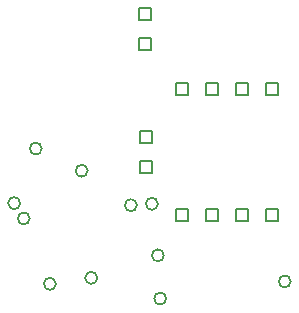
<source format=gbr>
G04 Layer_Color=2752767*
%FSLAX45Y45*%
%MOMM*%
%TF.FileFunction,Drawing*%
%TF.Part,Single*%
G01*
G75*
%TA.AperFunction,NonConductor*%
%ADD48C,0.12700*%
%ADD49C,0.16933*%
D48*
X660400Y1320800D02*
Y1422400D01*
X762000D01*
Y1320800D01*
X660400D01*
X406400D02*
Y1422400D01*
X508000D01*
Y1320800D01*
X406400D01*
X152400D02*
Y1422400D01*
X254000D01*
Y1320800D01*
X152400D01*
X-101600D02*
Y1422400D01*
X0D01*
Y1320800D01*
X-101600D01*
X660400Y254000D02*
Y355600D01*
X762000D01*
Y254000D01*
X660400D01*
X406400D02*
Y355600D01*
X508000D01*
Y254000D01*
X406400D01*
X152400D02*
Y355600D01*
X254000D01*
Y254000D01*
X152400D01*
X-101600D02*
Y355600D01*
X0D01*
Y254000D01*
X-101600D01*
X-406400Y914400D02*
Y1016000D01*
X-304800D01*
Y914400D01*
X-406400D01*
Y660400D02*
Y762000D01*
X-304800D01*
Y660400D01*
X-406400D01*
X-419100Y1955795D02*
Y2057395D01*
X-317500D01*
Y1955795D01*
X-419100D01*
Y1701795D02*
Y1803395D01*
X-317500D01*
Y1701795D01*
X-419100D01*
D49*
X-1239520Y871220D02*
G03*
X-1239520Y871220I-50800J0D01*
G01*
X-256540Y403860D02*
G03*
X-256540Y403860I-50800J0D01*
G01*
X-434340Y391160D02*
G03*
X-434340Y391160I-50800J0D01*
G01*
X-850900Y683260D02*
G03*
X-850900Y683260I-50800J0D01*
G01*
X-1341120Y279400D02*
G03*
X-1341120Y279400I-50800J0D01*
G01*
X-769620Y-223520D02*
G03*
X-769620Y-223520I-50800J0D01*
G01*
X868680Y-254000D02*
G03*
X868680Y-254000I-50800J0D01*
G01*
X-1120140Y-274320D02*
G03*
X-1120140Y-274320I-50800J0D01*
G01*
X-205740Y-33020D02*
G03*
X-205740Y-33020I-50800J0D01*
G01*
X-185420Y-398780D02*
G03*
X-185420Y-398780I-50800J0D01*
G01*
X-1422400Y408940D02*
G03*
X-1422400Y408940I-50800J0D01*
G01*
%TF.MD5,569087d434facc7c620c36f1c8531775*%
M02*

</source>
